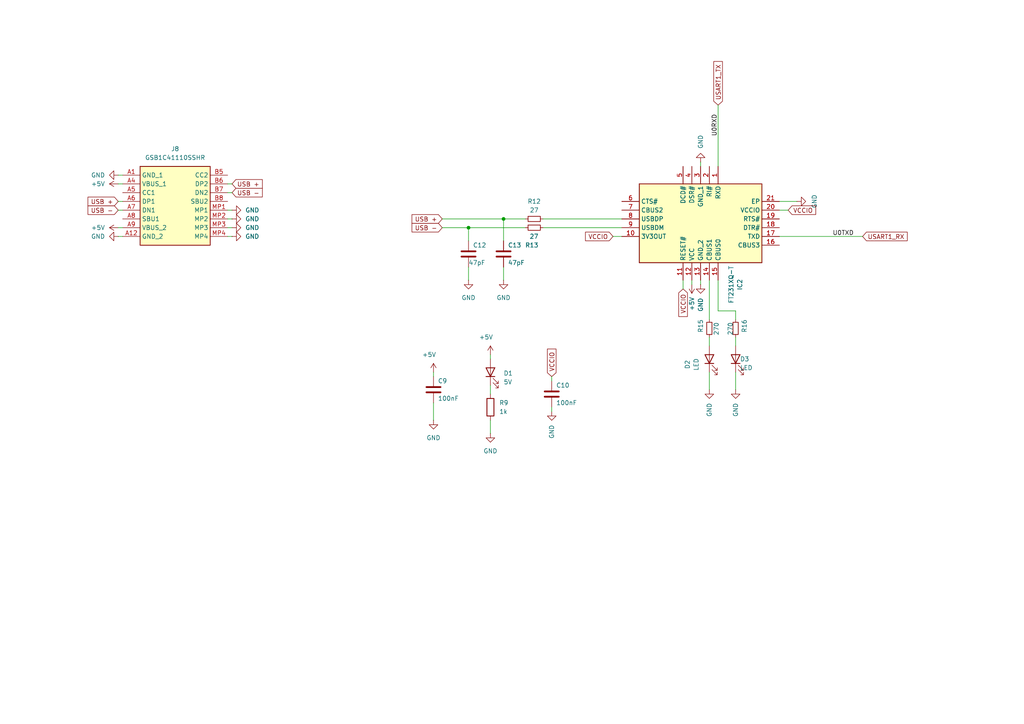
<source format=kicad_sch>
(kicad_sch (version 20231120) (generator "eeschema") (generator_version "8.0")
  (paper "A4")
  (lib_symbols
    (symbol "Device:C" (pin_numbers hide) (pin_names (offset 0.254))
      (property "Reference" "C" (at 0.635 2.54 0))
      (property "Value" "C" (at 0.635 -2.54 0))
      (symbol "C_0_1"
        (polyline (pts (xy -2.032 -0.762) (xy 2.032 -0.762)) (stroke (width 0.508)))
        (polyline (pts (xy -2.032 0.762) (xy 2.032 0.762)) (stroke (width 0.508)))
      )
      (symbol "C_1_1"
        (pin passive line (at 0 3.81 270) (length 2.794) (name "~") (number "1"))
        (pin passive line (at 0 -3.81 90) (length 2.794) (name "~") (number "2"))
      )
    )
    (symbol "Device:LED" (pin_numbers hide) (pin_names (offset 1.016) hide)
      (property "Reference" "D" (at 0 2.54 0))
      (property "Value" "LED" (at 0 -2.54 0))
      (symbol "LED_0_1"
        (polyline (pts (xy -1.27 -1.27) (xy -1.27 1.27)) (stroke (width 0.254)))
        (polyline (pts (xy -1.27 0) (xy 1.27 0)))
        (polyline (pts (xy 1.27 -1.27) (xy 1.27 1.27) (xy -1.27 0) (xy 1.27 -1.27)) (stroke (width 0.254)))
        (polyline (pts (xy -3.048 -0.762) (xy -4.572 -2.286) (xy -3.81 -2.286) (xy -4.572 -2.286) (xy -4.572 -1.524)))
        (polyline (pts (xy -1.778 -0.762) (xy -3.302 -2.286) (xy -2.54 -2.286) (xy -3.302 -2.286) (xy -3.302 -1.524)))
      )
      (symbol "LED_1_1"
        (pin passive line (at -3.81 0 0) (length 2.54) (name "K") (number "1"))
        (pin passive line (at 3.81 0 180) (length 2.54) (name "A") (number "2"))
      )
    )
    (symbol "Device:R" (pin_numbers hide) (pin_names (offset 0))
      (property "Reference" "R" (at 2.032 0 90))
      (property "Value" "R" (at 0 0 90))
      (symbol "R_0_1"
        (rectangle (start -1.016 -2.54) (end 1.016 2.54) (stroke (width 0.254)))
      )
      (symbol "R_1_1"
        (pin passive line (at 0 3.81 270) (length 1.27) (name "~") (number "1"))
        (pin passive line (at 0 -3.81 90) (length 1.27) (name "~") (number "2"))
      )
    )
    (symbol "Device:R_Small" (pin_numbers hide) (pin_names (offset 0.254) hide)
      (property "Reference" "R" (at 0.762 0.508 0))
      (property "Value" "R_Small" (at 0.762 -1.016 0))
      (symbol "R_Small_0_1"
        (rectangle (start -0.762 1.778) (end 0.762 -1.778) (stroke (width 0.2032)))
      )
      (symbol "R_Small_1_1"
        (pin passive line (at 0 2.54 270) (length 0.762) (name "~") (number "1"))
        (pin passive line (at 0 -2.54 90) (length 0.762) (name "~") (number "2"))
      )
    )
    (symbol "GSB1C41110SSHR:GSB1C41110SSHR"
      (property "Reference" "J" (at 26.67 7.62 0))
      (property "Value" "GSB1C41110SSHR" (at 26.67 5.08 0))
      (symbol "GSB1C41110SSHR_1_1"
        (rectangle (start 5.08 2.54) (end 25.4 -20.32) (stroke (width 0.254)) (fill (type background)))
        (pin passive line (at 0 0 0) (length 5.08) (name "GND_1") (number "A1"))
        (pin passive line (at 0 -17.78 0) (length 5.08) (name "GND_2") (number "A12"))
        (pin passive line (at 0 -2.54 0) (length 5.08) (name "VBUS_1") (number "A4"))
        (pin passive line (at 0 -5.08 0) (length 5.08) (name "CC1") (number "A5"))
        (pin passive line (at 0 -7.62 0) (length 5.08) (name "DP1") (number "A6"))
        (pin passive line (at 0 -10.16 0) (length 5.08) (name "DN1") (number "A7"))
        (pin passive line (at 0 -12.7 0) (length 5.08) (name "SBU1") (number "A8"))
        (pin passive line (at 0 -15.24 0) (length 5.08) (name "VBUS_2") (number "A9"))
        (pin passive line (at 30.48 0 180) (length 5.08) (name "CC2") (number "B5"))
        (pin passive line (at 30.48 -2.54 180) (length 5.08) (name "DP2") (number "B6"))
        (pin passive line (at 30.48 -5.08 180) (length 5.08) (name "DN2") (number "B7"))
        (pin passive line (at 30.48 -7.62 180) (length 5.08) (name "SBU2") (number "B8"))
        (pin passive line (at 30.48 -10.16 180) (length 5.08) (name "MP1") (number "MP1"))
        (pin passive line (at 30.48 -12.7 180) (length 5.08) (name "MP2") (number "MP2"))
        (pin passive line (at 30.48 -15.24 180) (length 5.08) (name "MP3") (number "MP3"))
        (pin passive line (at 30.48 -17.78 180) (length 5.08) (name "MP4") (number "MP4"))
      )
    )
    (symbol "SamacSys_Parts:FT231XQ-T"
      (property "Reference" "IC" (at 29.21 17.78 0))
      (property "Value" "FT231XQ-T" (at 29.21 15.24 0))
      (symbol "FT231XQ-T_1_1"
        (rectangle (start 5.08 12.7) (end 27.94 -22.86) (stroke (width 0.254)) (fill (type background)))
        (pin passive line (at 0 0 0) (length 5.08) (name "RXD") (number "1"))
        (pin passive line (at 20.32 -27.94 90) (length 5.08) (name "3V3OUT") (number "10"))
        (pin passive line (at 33.02 -10.16 180) (length 5.08) (name "RESET#") (number "11"))
        (pin passive line (at 33.02 -7.62 180) (length 5.08) (name "VCC") (number "12"))
        (pin passive line (at 33.02 -5.08 180) (length 5.08) (name "GND_2") (number "13"))
        (pin passive line (at 33.02 -2.54 180) (length 5.08) (name "CBUS1") (number "14"))
        (pin passive line (at 33.02 0 180) (length 5.08) (name "CBUS0") (number "15"))
        (pin passive line (at 22.86 17.78 270) (length 5.08) (name "CBUS3") (number "16"))
        (pin passive line (at 20.32 17.78 270) (length 5.08) (name "TXD") (number "17"))
        (pin passive line (at 17.78 17.78 270) (length 5.08) (name "DTR#") (number "18"))
        (pin passive line (at 15.24 17.78 270) (length 5.08) (name "RTS#") (number "19"))
        (pin passive line (at 0 -2.54 0) (length 5.08) (name "RI#") (number "2"))
        (pin passive line (at 12.7 17.78 270) (length 5.08) (name "VCCIO") (number "20"))
        (pin passive line (at 10.16 17.78 270) (length 5.08) (name "EP") (number "21"))
        (pin passive line (at 0 -5.08 0) (length 5.08) (name "GND_1") (number "3"))
        (pin passive line (at 0 -7.62 0) (length 5.08) (name "DSR#") (number "4"))
        (pin passive line (at 0 -10.16 0) (length 5.08) (name "DCD#") (number "5"))
        (pin passive line (at 10.16 -27.94 90) (length 5.08) (name "CTS#") (number "6"))
        (pin passive line (at 12.7 -27.94 90) (length 5.08) (name "CBUS2") (number "7"))
        (pin passive line (at 15.24 -27.94 90) (length 5.08) (name "USBDP") (number "8"))
        (pin passive line (at 17.78 -27.94 90) (length 5.08) (name "USBDM") (number "9"))
      )
    )
    (symbol "power:+5V" (power) (pin_names (offset 0))
      (property "Value" "+5V" (at 0 3.556 0))
      (symbol "+5V_0_1"
        (polyline (pts (xy -0.762 1.27) (xy 0 2.54)))
        (polyline (pts (xy 0 0) (xy 0 2.54)))
        (polyline (pts (xy 0 2.54) (xy 0.762 1.27)))
      )
      (symbol "+5V_1_1"
        (pin power_in line (at 0 0 90) (length 0) hide (name "+5V") (number "1"))
      )
    )
    (symbol "power:GND" (power) (pin_numbers hide) (pin_names (offset 0) hide)
      (property "Value" "GND" (at 0 -3.81 0))
      (symbol "GND_0_1"
        (polyline (pts (xy 0 0) (xy 0 -1.27) (xy 1.27 -1.27) (xy 0 -2.54) (xy -1.27 -1.27) (xy 0 -1.27)))
      )
      (symbol "GND_1_1"
        (pin power_in line (at 0 0 270) (length 0) (name "~") (number "1"))
      )
    )
  )
  (junction (at 135.89 66.04))
  (junction (at 146.05 63.5))
  (wire (pts (xy 34.29 66.04) (xy 35.56 66.04)))
  (wire (pts (xy 231.14 58.42) (xy 226.06 58.42)))
  (wire (pts (xy 125.73 107.95) (xy 125.73 109.22)))
  (wire (pts (xy 213.36 100.33) (xy 213.36 97.79)))
  (wire (pts (xy 160.02 109.22) (xy 160.02 110.49)))
  (wire (pts (xy 142.24 111.76) (xy 142.24 114.3)))
  (wire (pts (xy 135.89 77.47) (xy 135.89 81.28)))
  (wire (pts (xy 67.31 68.58) (xy 66.04 68.58)))
  (wire (pts (xy 213.36 107.95) (xy 213.36 113.03)))
  (wire (pts (xy 67.31 55.88) (xy 66.04 55.88)))
  (wire (pts (xy 146.05 63.5) (xy 152.4 63.5)))
  (wire (pts (xy 208.28 48.26) (xy 208.28 30.48)))
  (wire (pts (xy 142.24 102.87) (xy 142.24 104.14)))
  (wire (pts (xy 135.89 66.04) (xy 152.4 66.04)))
  (wire (pts (xy 125.73 116.84) (xy 125.73 121.92)))
  (wire (pts (xy 157.48 63.5) (xy 180.34 63.5)))
  (wire (pts (xy 146.05 63.5) (xy 146.05 69.85)))
  (wire (pts (xy 34.29 68.58) (xy 35.56 68.58)))
  (wire (pts (xy 205.74 100.33) (xy 205.74 97.79)))
  (wire (pts (xy 34.29 58.42) (xy 35.56 58.42)))
  (wire (pts (xy 200.66 82.55) (xy 200.66 81.28)))
  (wire (pts (xy 205.74 107.95) (xy 205.74 113.03)))
  (wire (pts (xy 198.12 83.82) (xy 198.12 81.28)))
  (wire (pts (xy 67.31 66.04) (xy 66.04 66.04)))
  (wire (pts (xy 203.2 82.55) (xy 203.2 81.28)))
  (wire (pts (xy 146.05 81.28) (xy 146.05 77.47)))
  (wire (pts (xy 34.29 53.34) (xy 35.56 53.34)))
  (wire (pts (xy 67.31 53.34) (xy 66.04 53.34)))
  (wire (pts (xy 67.31 63.5) (xy 66.04 63.5)))
  (wire (pts (xy 142.24 121.92) (xy 142.24 125.73)))
  (wire (pts (xy 34.29 60.96) (xy 35.56 60.96)))
  (wire (pts (xy 203.2 46.99) (xy 203.2 48.26)))
  (wire (pts (xy 213.36 90.17) (xy 213.36 92.71)))
  (wire (pts (xy 67.31 60.96) (xy 66.04 60.96)))
  (wire (pts (xy 34.29 50.8) (xy 35.56 50.8)))
  (wire (pts (xy 208.28 81.28) (xy 208.28 90.17)))
  (wire (pts (xy 135.89 66.04) (xy 135.89 69.85)))
  (wire (pts (xy 128.27 66.04) (xy 135.89 66.04)))
  (wire (pts (xy 205.74 81.28) (xy 205.74 92.71)))
  (wire (pts (xy 157.48 66.04) (xy 180.34 66.04)))
  (wire (pts (xy 208.28 90.17) (xy 213.36 90.17)))
  (wire (pts (xy 128.27 63.5) (xy 146.05 63.5)))
  (wire (pts (xy 228.6 60.96) (xy 226.06 60.96)))
  (wire (pts (xy 226.06 68.58) (xy 250.19 68.58)))
  (wire (pts (xy 160.02 119.38) (xy 160.02 118.11)))
  (wire (pts (xy 177.8 68.58) (xy 180.34 68.58)))
  (label "U0TXD" (at 247.65 68.58 180))
  (label "U0RXD" (at 208.28 33.02 270))
  (global_label "USB +" (shape input) (at 128.27 63.5 180) (property "Intersheetrefs" "${INTERSHEET_REFS}" (effects (hide yes))))
  (global_label "USB +" (shape input) (at 34.29 58.42 180) (property "Intersheetrefs" "${INTERSHEET_REFS}" (effects (hide yes))))
  (global_label "VCCIO" (shape input) (at 198.12 83.82 270) (property "Intersheetrefs" "${INTERSHEET_REFS}" (effects (hide yes))))
  (global_label "USB -" (shape input) (at 128.27 66.04 180) (property "Intersheetrefs" "${INTERSHEET_REFS}" (effects (hide yes))))
  (global_label "USART1_RX" (shape input) (at 250.19 68.58 0) (property "Intersheetrefs" "${INTERSHEET_REFS}" (effects (hide yes))))
  (global_label "VCCIO" (shape input) (at 177.8 68.58 180) (property "Intersheetrefs" "${INTERSHEET_REFS}" (effects (hide yes))))
  (global_label "USART1_TX" (shape input) (at 208.28 30.48 90) (property "Intersheetrefs" "${INTERSHEET_REFS}" (effects (hide yes))))
  (global_label "USB -" (shape input) (at 67.31 55.88 0) (property "Intersheetrefs" "${INTERSHEET_REFS}" (effects (hide yes))))
  (global_label "VCCIO" (shape input) (at 228.6 60.96 0) (property "Intersheetrefs" "${INTERSHEET_REFS}" (effects (hide yes))))
  (global_label "USB -" (shape input) (at 34.29 60.96 180) (property "Intersheetrefs" "${INTERSHEET_REFS}" (effects (hide yes))))
  (global_label "USB +" (shape input) (at 67.31 53.34 0) (property "Intersheetrefs" "${INTERSHEET_REFS}" (effects (hide yes))))
  (global_label "VCCIO" (shape input) (at 160.02 109.22 90) (property "Intersheetrefs" "${INTERSHEET_REFS}" (effects (hide yes))))
  (symbol (lib_id "power:+5V") (at 34.29 53.34 90) (unit 1)
    (property "Reference" "#PWR041" (effects (hide yes)))
    (property "Value" "+5V" (at 30.48 53.3399 90) (effects (justify left)))
    (property "Description" "Power symbol creates a global label with name \"+5V\"" (effects (hide yes)))
  )
  (symbol (lib_id "Device:R") (at 142.24 118.11 180) (unit 1)
    (property "Reference" "R9" (at 144.78 116.8399 0) (effects (justify right)))
    (property "Value" "1k" (at 144.78 119.3799 0) (effects (justify right)))
    (property "Footprint" "Resistor_SMD:R_0603_1608Metric_Pad0.98x0.95mm_HandSolder" (effects (hide yes)))
    (property "Description" "Resistor" (effects (hide yes)))
  )
  (symbol (lib_id "power:GND") (at 67.31 68.58 90) (unit 1)
    (property "Reference" "#PWR047" (effects (hide yes)))
    (property "Value" "GND" (at 71.12 68.5799 90) (effects (justify right)))
    (property "Description" "Power symbol creates a global label with name \"GND\" , ground" (effects (hide yes)))
  )
  (symbol (lib_id "power:GND") (at 142.24 125.73 0) (unit 1)
    (property "Reference" "#PWR029" (effects (hide yes)))
    (property "Value" "GND" (at 142.24 130.81 0))
  )
  (symbol (lib_id "GSB1C41110SSHR:GSB1C41110SSHR") (at 35.56 50.8 0) (unit 1)
    (property "Reference" "J8" (at 50.8 43.18 0))
    (property "Value" "GSB1C41110SSHR" (at 50.8 45.72 0))
    (property "Footprint" "GSB1C41110SSHR" (effects (hide yes)))
    (property "Datasheet" "https://cdn.amphenol-cs.com/media/wysiwyg/files/drawing/gsb1c41x10sshr-ax1.pdf" (effects (hide yes)))
    (property "Description" "USB2.0, Type C, Top mount, Center Height 1.63mm, Single Row Surface Mount" (effects (hide yes)))
    (property "Height" "3.41" (effects (hide yes)))
    (property "Manufacturer_Name" "Amphenol Communications Solutions" (effects (hide yes)))
    (property "Manufacturer_Part_Number" "GSB1C41110SSHR" (effects (hide yes)))
  )
  (symbol (lib_id "power:GND") (at 203.2 82.55 0) (unit 1)
    (property "Reference" "#PWR028" (effects (hide yes)))
    (property "Value" "GND" (at 203.2001 86.36 90) (effects (justify right)))
  )
  (symbol (lib_id "power:+5V") (at 34.29 66.04 90) (unit 1)
    (property "Reference" "#PWR042" (effects (hide yes)))
    (property "Value" "+5V" (at 30.48 66.0399 90) (effects (justify left)))
    (property "Description" "Power symbol creates a global label with name \"+5V\"" (effects (hide yes)))
  )
  (symbol (lib_id "power:GND") (at 231.14 58.42 90) (unit 1)
    (property "Reference" "#PWR052" (effects (hide yes)))
    (property "Value" "GND" (at 236.22 58.42 0))
  )
  (symbol (lib_id "power:GND") (at 135.89 81.28 0) (unit 1)
    (property "Reference" "#PWR053" (effects (hide yes)))
    (property "Value" "GND" (at 135.89 86.36 0))
  )
  (symbol (lib_id "Device:LED") (at 205.74 104.14 90) (unit 1)
    (property "Reference" "D2" (at 199.39 105.7275 0))
    (property "Value" "LED" (at 201.93 105.7275 0))
    (property "Footprint" "LED_SMD:LED_0603_1608Metric_Pad1.05x0.95mm_HandSolder" (effects (hide yes)))
  )
  (symbol (lib_id "Device:C") (at 125.73 113.03 0) (unit 1)
    (property "Reference" "C9" (at 127 110.49 0) (effects (justify left)))
    (property "Value" "100nF" (at 127 115.57 0) (effects (justify left)))
    (property "Footprint" "Capacitor_SMD:C_0603_1608Metric_Pad1.08x0.95mm_HandSolder" (effects (hide yes)))
  )
  (symbol (lib_id "power:GND") (at 125.73 121.92 0) (unit 1)
    (property "Reference" "#PWR049" (effects (hide yes)))
    (property "Value" "GND" (at 125.73 127 0))
  )
  (symbol (lib_id "Device:C") (at 135.89 73.66 0) (unit 1)
    (property "Reference" "C12" (at 137.16 71.12 0) (effects (justify left)))
    (property "Value" "47pF" (at 135.89 76.2 0) (effects (justify left)))
    (property "Footprint" "Capacitor_SMD:C_0603_1608Metric_Pad1.08x0.95mm_HandSolder" (effects (hide yes)))
  )
  (symbol (lib_id "Device:R_Small") (at 205.74 95.25 0) (unit 1)
    (property "Reference" "R15" (at 203.2 96.52 90) (effects (justify left)))
    (property "Value" "270" (at 207.772 97.282 90) (effects (justify left)))
    (property "Footprint" "Resistor_SMD:R_0603_1608Metric_Pad0.98x0.95mm_HandSolder" (effects (hide yes)))
  )
  (symbol (lib_id "Device:LED") (at 142.24 107.95 90) (unit 1)
    (property "Reference" "D1" (at 146.05 108.2674 90) (effects (justify right)))
    (property "Value" "5V" (at 146.05 110.8074 90) (effects (justify right)))
    (property "Footprint" "LED_SMD:LED_0603_1608Metric_Pad1.05x0.95mm_HandSolder" (effects (hide yes)))
  )
  (symbol (lib_id "Device:R_Small") (at 213.36 95.25 0) (unit 1)
    (property "Reference" "R16" (at 215.9 96.52 90) (effects (justify left)))
    (property "Value" "270" (at 211.836 97.282 90) (effects (justify left)))
    (property "Footprint" "Resistor_SMD:R_0603_1608Metric_Pad0.98x0.95mm_HandSolder" (effects (hide yes)))
  )
  (symbol (lib_id "power:+5V") (at 125.73 107.95 0) (unit 1)
    (property "Reference" "#PWR048" (effects (hide yes)))
    (property "Value" "+5V" (at 124.46 102.87 0))
  )
  (symbol (lib_id "power:GND") (at 67.31 66.04 90) (unit 1)
    (property "Reference" "#PWR046" (effects (hide yes)))
    (property "Value" "GND" (at 71.12 66.0399 90) (effects (justify right)))
    (property "Description" "Power symbol creates a global label with name \"GND\" , ground" (effects (hide yes)))
  )
  (symbol (lib_id "Device:C") (at 160.02 114.3 0) (unit 1)
    (property "Reference" "C10" (at 161.29 111.76 0) (effects (justify left)))
    (property "Value" "100nF" (at 161.29 116.84 0) (effects (justify left)))
    (property "Footprint" "Capacitor_SMD:C_0603_1608Metric_Pad1.08x0.95mm_HandSolder" (effects (hide yes)))
  )
  (symbol (lib_id "Device:C") (at 146.05 73.66 0) (unit 1)
    (property "Reference" "C13" (at 147.32 71.12 0) (effects (justify left)))
    (property "Value" "47pF" (at 147.32 76.2 0) (effects (justify left)))
    (property "Footprint" "Capacitor_SMD:C_0603_1608Metric_Pad1.08x0.95mm_HandSolder" (effects (hide yes)))
  )
  (symbol (lib_id "Device:R_Small") (at 154.94 66.04 90) (unit 1)
    (property "Reference" "R13" (at 156.21 71.12 90) (effects (justify left)))
    (property "Value" "27" (at 156.21 68.58 90) (effects (justify left)))
    (property "Footprint" "Resistor_SMD:R_0603_1608Metric_Pad0.98x0.95mm_HandSolder" (effects (hide yes)))
  )
  (symbol (lib_id "power:GND") (at 213.36 113.03 0) (unit 1)
    (property "Reference" "#PWR059" (effects (hide yes)))
    (property "Value" "GND" (at 213.3601 116.84 90) (effects (justify right)))
  )
  (symbol (lib_id "Device:R_Small") (at 154.94 63.5 90) (unit 1)
    (property "Reference" "R12" (at 154.94 58.42 90))
    (property "Value" "27" (at 154.94 60.96 90))
    (property "Footprint" "Resistor_SMD:R_0603_1608Metric_Pad0.98x0.95mm_HandSolder" (effects (hide yes)))
  )
  (symbol (lib_id "power:GND") (at 203.2 46.99 180) (unit 1)
    (property "Reference" "#PWR051" (effects (hide yes)))
    (property "Value" "GND" (at 203.2001 43.18 90) (effects (justify right)))
  )
  (symbol (lib_id "power:GND") (at 160.02 119.38 0) (unit 1)
    (property "Reference" "#PWR057" (effects (hide yes)))
    (property "Value" "GND" (at 160.0201 123.19 90) (effects (justify right)))
  )
  (symbol (lib_id "power:GND") (at 34.29 68.58 270) (unit 1)
    (property "Reference" "#PWR043" (effects (hide yes)))
    (property "Value" "GND" (at 30.48 68.5799 90) (effects (justify right)))
    (property "Description" "Power symbol creates a global label with name \"GND\" , ground" (effects (hide yes)))
  )
  (symbol (lib_id "power:+5V") (at 200.66 82.55 180) (unit 1)
    (property "Reference" "#PWR056" (effects (hide yes)))
    (property "Value" "+5V" (at 200.66 88.138 90))
  )
  (symbol (lib_id "Device:LED") (at 213.36 104.14 90) (unit 1)
    (property "Reference" "D3" (at 214.63 104.14 90) (effects (justify right)))
    (property "Value" "LED" (at 214.63 106.68 90) (effects (justify right)))
    (property "Footprint" "LED_SMD:LED_0603_1608Metric_Pad1.05x0.95mm_HandSolder" (effects (hide yes)))
  )
  (symbol (lib_id "power:+5V") (at 142.24 102.87 0) (unit 1)
    (property "Reference" "#PWR050" (effects (hide yes)))
    (property "Value" "+5V" (at 140.97 97.79 0))
  )
  (symbol (lib_id "SamacSys_Parts:FT231XQ-T") (at 208.28 48.26 270) (unit 1)
    (property "Reference" "IC2" (at 214.5986 82.55 0))
    (property "Value" "FT231XQ-T" (at 212.0586 82.55 0))
    (property "Footprint" "QFN50P400X400X80-21N" (effects (hide yes)))
    (property "Datasheet" "http://www.ftdichip.com/Support/Documents/DataSheets/ICs/DS_FT231X.pdf" (effects (hide yes)))
    (property "Description" "USB-to-UART 1-CH 512byte FIFO 5V 20-Pin QFN EP Tray" (effects (hide yes)))
    (property "Height" "0.8" (effects (hide yes)))
    (property "Mouser Part Number" "895-FT231XQ-T" (effects (hide yes)))
    (property "Mouser Price/Stock" "https://www.mouser.co.uk/ProductDetail/FTDI/FT231XQ-T?qs=Gp1Yz1mis3WBwU6V7%2FJOkg%3D%3D" (effects (hide yes)))
    (property "Manufacturer_Name" "FTDI Chip" (effects (hide yes)))
    (property "Manufacturer_Part_Number" "FT231XQ-T" (effects (hide yes)))
  )
  (symbol (lib_id "power:GND") (at 205.74 113.03 0) (unit 1)
    (property "Reference" "#PWR058" (effects (hide yes)))
    (property "Value" "GND" (at 205.7401 116.84 90) (effects (justify right)))
  )
  (symbol (lib_id "power:GND") (at 67.31 63.5 90) (unit 1)
    (property "Reference" "#PWR045" (effects (hide yes)))
    (property "Value" "GND" (at 71.12 63.4999 90) (effects (justify right)))
    (property "Description" "Power symbol creates a global label with name \"GND\" , ground" (effects (hide yes)))
  )
  (symbol (lib_id "power:GND") (at 34.29 50.8 270) (unit 1)
    (property "Reference" "#PWR040" (effects (hide yes)))
    (property "Value" "GND" (at 30.48 50.7999 90) (effects (justify right)))
    (property "Description" "Power symbol creates a global label with name \"GND\" , ground" (effects (hide yes)))
  )
  (symbol (lib_id "power:GND") (at 67.31 60.96 90) (unit 1)
    (property "Reference" "#PWR044" (effects (hide yes)))
    (property "Value" "GND" (at 71.12 60.9599 90) (effects (justify right)))
    (property "Description" "Power symbol creates a global label with name \"GND\" , ground" (effects (hide yes)))
  )
  (symbol (lib_id "power:GND") (at 146.05 81.28 0) (unit 1)
    (property "Reference" "#PWR054" (effects (hide yes)))
    (property "Value" "GND" (at 146.05 86.36 0))
  )
)
</source>
